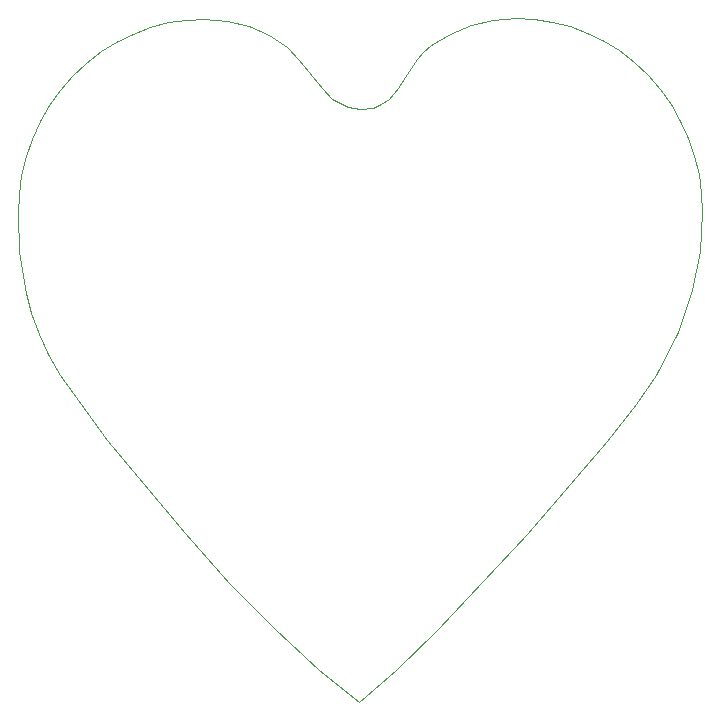
<source format=gm1>
G04 #@! TF.FileFunction,Profile,NP*
%FSLAX46Y46*%
G04 Gerber Fmt 4.6, Leading zero omitted, Abs format (unit mm)*
G04 Created by KiCad (PCBNEW 4.0.7-e2-6376~58~ubuntu16.04.1) date Wed Mar 21 20:34:55 2018*
%MOMM*%
%LPD*%
G01*
G04 APERTURE LIST*
%ADD10C,0.100000*%
G04 APERTURE END LIST*
D10*
X143324659Y-85548502D02*
X141371726Y-85711999D01*
X129109149Y-93145392D02*
X127751555Y-92416432D01*
X101821432Y-108817112D02*
X102285684Y-110548920D01*
X154486279Y-90365292D02*
X153328471Y-89272838D01*
X139520573Y-86173784D02*
X137779240Y-86897549D01*
X102909986Y-112291805D02*
X103715094Y-114042008D01*
X103009409Y-94331744D02*
X102351395Y-95782359D01*
X152082136Y-88311551D02*
X150757623Y-87485898D01*
X153515555Y-118212407D02*
X155155319Y-115813542D01*
X136155769Y-87846982D02*
X135497093Y-88408307D01*
X122398029Y-87016151D02*
X120698284Y-86267283D01*
X151010858Y-121423677D02*
X153515555Y-118212407D01*
X131942082Y-92892506D02*
X131239879Y-93178052D01*
X106930963Y-89354575D02*
X105773151Y-90447032D01*
X101290062Y-105401759D02*
X101821432Y-108817112D01*
X112343985Y-86341099D02*
X110894164Y-86882081D01*
X103715094Y-114042008D02*
X104721761Y-115795772D01*
X120698284Y-86267283D02*
X118872703Y-85795213D01*
X147915466Y-86259361D02*
X146418523Y-85867411D01*
X115287300Y-129185816D02*
X119057418Y-133370703D01*
X133915319Y-90522292D02*
X133304060Y-91518092D01*
X116934811Y-85630242D02*
X115374659Y-85710713D01*
X104721761Y-115795772D02*
X108727121Y-121266904D01*
X136722123Y-137304001D02*
X144282541Y-129265669D01*
X101832143Y-97292858D02*
X101455942Y-98852455D01*
X130120066Y-93258452D02*
X129109149Y-93145392D01*
X133304060Y-91518092D02*
X132611779Y-92439612D01*
X131239879Y-93178052D02*
X130120066Y-93258452D01*
X134936548Y-89080019D02*
X133915319Y-90522292D01*
X144884804Y-85628963D02*
X143324659Y-85548482D01*
X118872703Y-85795213D02*
X116934811Y-85630242D01*
X102285684Y-110548920D02*
X102909986Y-112291805D01*
X159109559Y-101994052D02*
X159032319Y-100368612D01*
X108177302Y-88393286D02*
X106930963Y-89354575D01*
X101149841Y-102075812D02*
X101290062Y-105401759D01*
X155534848Y-91571556D02*
X154486279Y-90365292D01*
X101455942Y-98852455D02*
X101227079Y-100450368D01*
X115374659Y-85710713D02*
X113840934Y-85949154D01*
X158266743Y-108631543D02*
X158917070Y-105277955D01*
X158803455Y-98770703D02*
X158427256Y-97211109D01*
X153328471Y-89272838D02*
X152082136Y-88311551D01*
X109501819Y-87567632D02*
X108177302Y-88393286D01*
X130081361Y-143503152D02*
X133177300Y-140760694D01*
X157908009Y-95700613D02*
X157250000Y-94250000D01*
X149365283Y-86800346D02*
X147915466Y-86259361D01*
X101227079Y-100450368D02*
X101149841Y-102075812D01*
X122904609Y-137336551D02*
X126641660Y-140806365D01*
X158427256Y-97211109D02*
X157908009Y-95700613D01*
X124970405Y-89090449D02*
X123958417Y-88011512D01*
X103801898Y-92951795D02*
X103009409Y-94331744D01*
X105773151Y-90447032D02*
X104724574Y-91653296D01*
X144282541Y-129265669D02*
X151010858Y-121423677D01*
X133177300Y-140760694D02*
X136722123Y-137304001D01*
X126641660Y-140806365D02*
X130081361Y-143503152D01*
X126924726Y-91518611D02*
X126174413Y-90542152D01*
X104724574Y-91653296D02*
X103801898Y-92951795D01*
X157049264Y-112121258D02*
X158266743Y-108631543D01*
X127751555Y-92416432D02*
X126924726Y-91518611D01*
X159032319Y-100368612D02*
X158803455Y-98770703D01*
X158917070Y-105277955D02*
X159109559Y-101994052D01*
X108727121Y-121266904D02*
X115287300Y-129185816D01*
X113840934Y-85949154D02*
X112343985Y-86341099D01*
X141371726Y-85711999D02*
X139520573Y-86173784D01*
X102351395Y-95782359D02*
X101832143Y-97292858D01*
X132611779Y-92439612D02*
X131942082Y-92892506D01*
X135497093Y-88408307D02*
X134936548Y-89080019D01*
X150757623Y-87485898D02*
X149365283Y-86800346D01*
X137779240Y-86897549D02*
X136155769Y-87846982D01*
X119057418Y-133370703D02*
X122904609Y-137336551D01*
X155155319Y-115813542D02*
X157049264Y-112121258D01*
X143324659Y-85548482D02*
X143324659Y-85548502D01*
X126174413Y-90542152D02*
X124970405Y-89090449D01*
X110894164Y-86882081D02*
X109501819Y-87567632D01*
X123958417Y-88011512D02*
X122398029Y-87016151D01*
X156457518Y-92870053D02*
X155534848Y-91571556D01*
X146418523Y-85867411D02*
X144884804Y-85628963D01*
X157250000Y-94250000D02*
X156457518Y-92870053D01*
M02*

</source>
